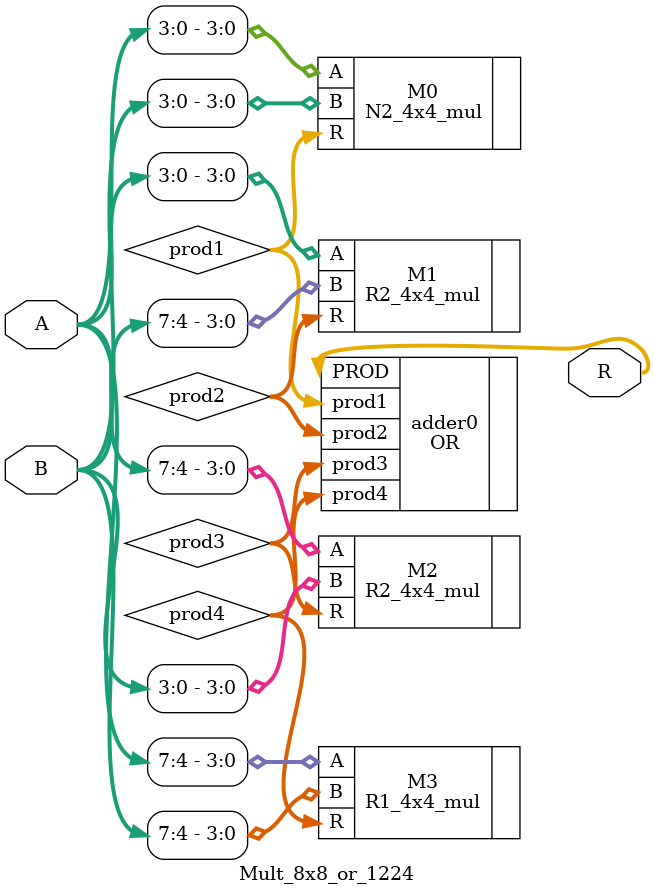
<source format=v>
module Mult_8x8_or_1224(
input [7:0] A,
input [7:0] B,
output [15:0]R
);
wire [7:0]prod1;
wire [7:0]prod2;
wire [7:0]prod3;
wire [7:0]prod4;

N2_4x4_mul M0(.A(A[3:0]),.B(B[3:0]),.R(prod1));
R2_4x4_mul M1(.A(A[3:0]),.B(B[7:4]),.R(prod2));
R2_4x4_mul M2(.A(A[7:4]),.B(B[3:0]),.R(prod3));
R1_4x4_mul M3(.A(A[7:4]),.B(B[7:4]),.R(prod4));
OR adder0(.prod1(prod1),.prod2(prod2),.prod3(prod3),.prod4(prod4),.PROD(R));
endmodule

</source>
